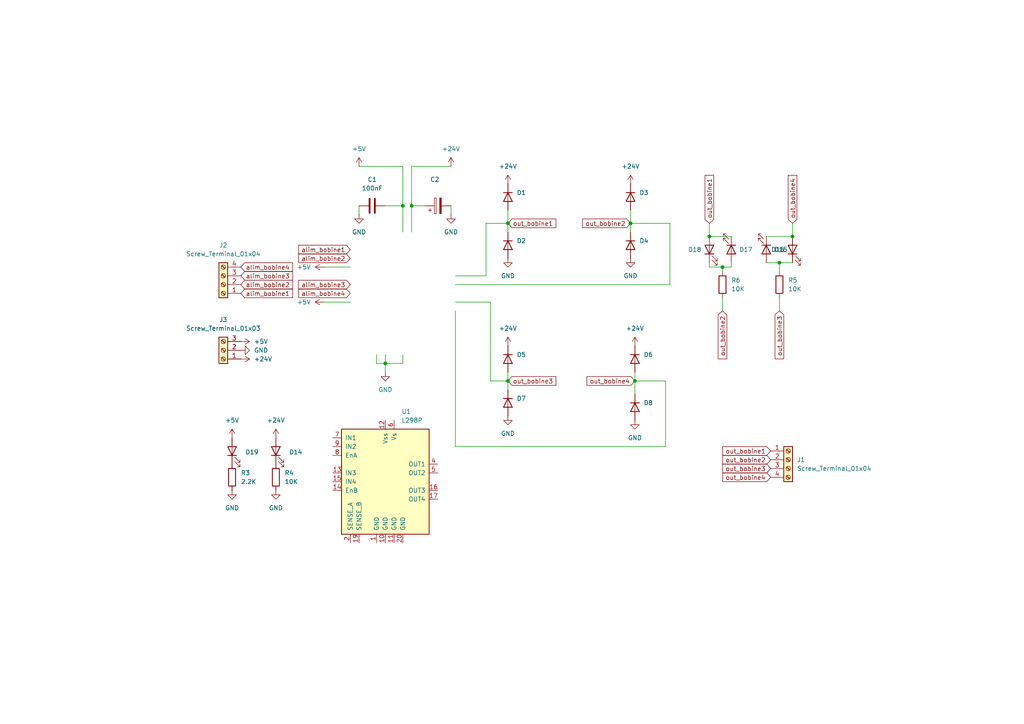
<source format=kicad_sch>
(kicad_sch (version 20250114) (generator "eeschema") (generator_version "9.0")
  (paper "A4")
  (lib_symbols
    (symbol "Connector:Screw_Terminal_01x03" (pin_names (offset 1.016) (hide yes))
      (property "Reference" "J" (at 0 5.08 0))
      (property "Value" "Screw_Terminal_01x03" (at 0 -5.08 0))
      (symbol "Screw_Terminal_01x03_1_1"
        (rectangle (start -1.27 3.81) (end 1.27 -3.81) (stroke (width 0.254)) (fill (type background)))
        (polyline (pts (xy -0.5334 2.8702) (xy 0.3302 2.032)) (stroke (width 0.1524)))
        (polyline (pts (xy -0.5334 0.3302) (xy 0.3302 -0.508)) (stroke (width 0.1524)))
        (polyline (pts (xy -0.5334 -2.2098) (xy 0.3302 -3.048)) (stroke (width 0.1524)))
        (polyline (pts (xy -0.3556 3.048) (xy 0.508 2.2098)) (stroke (width 0.1524)))
        (polyline (pts (xy -0.3556 0.508) (xy 0.508 -0.3302)) (stroke (width 0.1524)))
        (polyline (pts (xy -0.3556 -2.032) (xy 0.508 -2.8702)) (stroke (width 0.1524)))
        (circle (center 0 2.54) (radius 0.635) (stroke (width 0.1524)))
        (circle (center 0 0) (radius 0.635) (stroke (width 0.1524)))
        (circle (center 0 -2.54) (radius 0.635) (stroke (width 0.1524)))
        (pin passive line (at -5.08 2.54 0) (length 3.81) (name "Pin_1") (number "1"))
        (pin passive line (at -5.08 0 0) (length 3.81) (name "Pin_2") (number "2"))
        (pin passive line (at -5.08 -2.54 0) (length 3.81) (name "Pin_3") (number "3"))
      )
    )
    (symbol "Connector:Screw_Terminal_01x04" (pin_names (offset 1.016) (hide yes))
      (property "Reference" "J" (at 0 5.08 0))
      (property "Value" "Screw_Terminal_01x04" (at 0 -7.62 0))
      (symbol "Screw_Terminal_01x04_1_1"
        (rectangle (start -1.27 3.81) (end 1.27 -6.35) (stroke (width 0.254)) (fill (type background)))
        (polyline (pts (xy -0.5334 2.8702) (xy 0.3302 2.032)) (stroke (width 0.1524)))
        (polyline (pts (xy -0.5334 0.3302) (xy 0.3302 -0.508)) (stroke (width 0.1524)))
        (polyline (pts (xy -0.5334 -2.2098) (xy 0.3302 -3.048)) (stroke (width 0.1524)))
        (polyline (pts (xy -0.5334 -4.7498) (xy 0.3302 -5.588)) (stroke (width 0.1524)))
        (polyline (pts (xy -0.3556 3.048) (xy 0.508 2.2098)) (stroke (width 0.1524)))
        (polyline (pts (xy -0.3556 0.508) (xy 0.508 -0.3302)) (stroke (width 0.1524)))
        (polyline (pts (xy -0.3556 -2.032) (xy 0.508 -2.8702)) (stroke (width 0.1524)))
        (polyline (pts (xy -0.3556 -4.572) (xy 0.508 -5.4102)) (stroke (width 0.1524)))
        (circle (center 0 2.54) (radius 0.635) (stroke (width 0.1524)))
        (circle (center 0 0) (radius 0.635) (stroke (width 0.1524)))
        (circle (center 0 -2.54) (radius 0.635) (stroke (width 0.1524)))
        (circle (center 0 -5.08) (radius 0.635) (stroke (width 0.1524)))
        (pin passive line (at -5.08 2.54 0) (length 3.81) (name "Pin_1") (number "1"))
        (pin passive line (at -5.08 0 0) (length 3.81) (name "Pin_2") (number "2"))
        (pin passive line (at -5.08 -2.54 0) (length 3.81) (name "Pin_3") (number "3"))
        (pin passive line (at -5.08 -5.08 0) (length 3.81) (name "Pin_4") (number "4"))
      )
    )
    (symbol "Device:C" (pin_numbers (hide yes)) (pin_names (offset 0.254))
      (property "Reference" "C" (at 0.635 2.54 0))
      (property "Value" "C" (at 0.635 -2.54 0))
      (symbol "C_0_1"
        (polyline (pts (xy -2.032 0.762) (xy 2.032 0.762)) (stroke (width 0.508)))
        (polyline (pts (xy -2.032 -0.762) (xy 2.032 -0.762)) (stroke (width 0.508)))
      )
      (symbol "C_1_1"
        (pin passive line (at 0 3.81 270) (length 2.794) (name "~") (number "1"))
        (pin passive line (at 0 -3.81 90) (length 2.794) (name "~") (number "2"))
      )
    )
    (symbol "Device:C_Polarized" (pin_numbers (hide yes)) (pin_names (offset 0.254))
      (property "Reference" "C" (at 0.635 2.54 0))
      (property "Value" "C_Polarized" (at 0.635 -2.54 0))
      (symbol "C_Polarized_0_1"
        (rectangle (start -2.286 0.508) (end 2.286 1.016))
        (polyline (pts (xy -1.778 2.286) (xy -0.762 2.286)))
        (polyline (pts (xy -1.27 2.794) (xy -1.27 1.778)))
        (rectangle (start 2.286 -0.508) (end -2.286 -1.016) (fill (type outline)))
      )
      (symbol "C_Polarized_1_1"
        (pin passive line (at 0 3.81 270) (length 2.794) (name "~") (number "1"))
        (pin passive line (at 0 -3.81 90) (length 2.794) (name "~") (number "2"))
      )
    )
    (symbol "Device:D" (pin_numbers (hide yes)) (pin_names (offset 1.016) (hide yes))
      (property "Reference" "D" (at 0 2.54 0))
      (property "Value" "D" (at 0 -2.54 0))
      (symbol "D_0_1"
        (polyline (pts (xy -1.27 1.27) (xy -1.27 -1.27)) (stroke (width 0.254)))
        (polyline (pts (xy 1.27 1.27) (xy 1.27 -1.27) (xy -1.27 0) (xy 1.27 1.27)) (stroke (width 0.254)))
        (polyline (pts (xy 1.27 0) (xy -1.27 0)))
      )
      (symbol "D_1_1"
        (pin passive line (at -3.81 0 0) (length 2.54) (name "K") (number "1"))
        (pin passive line (at 3.81 0 180) (length 2.54) (name "A") (number "2"))
      )
    )
    (symbol "Device:LED" (pin_numbers (hide yes)) (pin_names (offset 1.016) (hide yes))
      (property "Reference" "D" (at 0 2.54 0))
      (property "Value" "LED" (at 0 -2.54 0))
      (symbol "LED_0_1"
        (polyline (pts (xy -3.048 -0.762) (xy -4.572 -2.286) (xy -3.81 -2.286) (xy -4.572 -2.286) (xy -4.572 -1.524)))
        (polyline (pts (xy -1.778 -0.762) (xy -3.302 -2.286) (xy -2.54 -2.286) (xy -3.302 -2.286) (xy -3.302 -1.524)))
        (polyline (pts (xy -1.27 0) (xy 1.27 0)))
        (polyline (pts (xy -1.27 -1.27) (xy -1.27 1.27)) (stroke (width 0.254)))
        (polyline (pts (xy 1.27 -1.27) (xy 1.27 1.27) (xy -1.27 0) (xy 1.27 -1.27)) (stroke (width 0.254)))
      )
      (symbol "LED_1_1"
        (pin passive line (at -3.81 0 0) (length 2.54) (name "K") (number "1"))
        (pin passive line (at 3.81 0 180) (length 2.54) (name "A") (number "2"))
      )
    )
    (symbol "Device:R" (pin_numbers (hide yes)) (pin_names (offset 0))
      (property "Reference" "R" (at 2.032 0 90))
      (property "Value" "R" (at 0 0 90))
      (symbol "R_0_1"
        (rectangle (start -1.016 -2.54) (end 1.016 2.54) (stroke (width 0.254)))
      )
      (symbol "R_1_1"
        (pin passive line (at 0 3.81 270) (length 1.27) (name "~") (number "1"))
        (pin passive line (at 0 -3.81 90) (length 1.27) (name "~") (number "2"))
      )
    )
    (symbol "Driver_Motor:L298P" (pin_names (offset 1.016))
      (property "Reference" "U" (at -10.16 16.51 0))
      (property "Value" "L298P" (at 10.16 -16.51 0))
      (symbol "L298P_0_1"
        (rectangle (start -12.7 15.24) (end 12.7 -15.24) (stroke (width 0.254)) (fill (type background)))
      )
      (symbol "L298P_1_1"
        (pin input line (at -15.24 12.7 0) (length 2.54) (name "IN1") (number "7"))
        (pin input line (at -15.24 10.16 0) (length 2.54) (name "IN2") (number "9"))
        (pin input line (at -15.24 7.62 0) (length 2.54) (name "EnA") (number "8"))
        (pin input line (at -15.24 2.54 0) (length 2.54) (name "IN3") (number "13"))
        (pin input line (at -15.24 0 0) (length 2.54) (name "IN4") (number "15"))
        (pin input line (at -15.24 -2.54 0) (length 2.54) (name "EnB") (number "14"))
        (pin power_in line (at -10.16 -17.78 90) (length 2.54) (name "SENSE_A") (number "2"))
        (pin power_in line (at -7.62 -17.78 90) (length 2.54) (name "SENSE_B") (number "19"))
        (pin power_in line (at -2.54 -17.78 90) (length 2.54) (name "GND") (number "1"))
        (pin power_in line (at 0 17.78 270) (length 2.54) (name "Vss") (number "12"))
        (pin power_in line (at 0 -17.78 90) (length 2.54) (name "GND") (number "10"))
        (pin power_in line (at 2.54 17.78 270) (length 2.54) (name "Vs") (number "6"))
        (pin power_in line (at 2.54 -17.78 90) (length 2.54) (name "GND") (number "11"))
        (pin power_in line (at 5.08 -17.78 90) (length 2.54) (name "GND") (number "20"))
        (pin no_connect line (at 12.7 12.7 180) (length 2.54) (hide yes) (name "NC") (number "3"))
        (pin no_connect line (at 12.7 10.16 180) (length 2.54) (hide yes) (name "NC") (number "18"))
        (pin output line (at 15.24 5.08 180) (length 2.54) (name "OUT1") (number "4"))
        (pin output line (at 15.24 2.54 180) (length 2.54) (name "OUT2") (number "5"))
        (pin output line (at 15.24 -2.54 180) (length 2.54) (name "OUT3") (number "16"))
        (pin output line (at 15.24 -5.08 180) (length 2.54) (name "OUT4") (number "17"))
      )
    )
    (symbol "power:+24V" (power) (pin_numbers (hide yes)) (pin_names (offset 0) (hide yes))
      (property "Value" "+24V" (at 0 3.556 0))
      (symbol "+24V_0_1"
        (polyline (pts (xy -0.762 1.27) (xy 0 2.54)))
        (polyline (pts (xy 0 2.54) (xy 0.762 1.27)))
        (polyline (pts (xy 0 0) (xy 0 2.54)))
      )
      (symbol "+24V_1_1"
        (pin power_in line (at 0 0 90) (length 0) (name "~") (number "1"))
      )
    )
    (symbol "power:+5V" (power) (pin_numbers (hide yes)) (pin_names (offset 0) (hide yes))
      (property "Value" "+5V" (at 0 3.556 0))
      (symbol "+5V_0_1"
        (polyline (pts (xy -0.762 1.27) (xy 0 2.54)))
        (polyline (pts (xy 0 2.54) (xy 0.762 1.27)))
        (polyline (pts (xy 0 0) (xy 0 2.54)))
      )
      (symbol "+5V_1_1"
        (pin power_in line (at 0 0 90) (length 0) (name "~") (number "1"))
      )
    )
    (symbol "power:GND" (power) (pin_numbers (hide yes)) (pin_names (offset 0) (hide yes))
      (property "Value" "GND" (at 0 -3.81 0))
      (symbol "GND_0_1"
        (polyline (pts (xy 0 0) (xy 0 -1.27) (xy 1.27 -1.27) (xy 0 -2.54) (xy -1.27 -1.27) (xy 0 -1.27)))
      )
      (symbol "GND_1_1"
        (pin power_in line (at 0 0 270) (length 0) (name "~") (number "1"))
      )
    )
  )
  (junction (at 209.55 77.47))
  (junction (at 205.74 68.58))
  (junction (at 229.87 68.58))
  (junction (at 182.88 64.77))
  (junction (at 184.15 110.49))
  (junction (at 116.84 59.69))
  (junction (at 119.38 59.69))
  (junction (at 147.32 110.49))
  (junction (at 147.32 64.77))
  (junction (at 226.06 76.2))
  (junction (at 111.76 105.41))
  (wire (pts (xy 222.25 68.58) (xy 229.87 68.58)))
  (wire (pts (xy 209.55 77.47) (xy 209.55 78.74)))
  (wire (pts (xy 109.22 105.41) (xy 111.76 105.41)))
  (wire (pts (xy 132.08 82.55) (xy 194.31 82.55)))
  (wire (pts (xy 209.55 77.47) (xy 212.09 77.47)))
  (wire (pts (xy 226.06 76.2) (xy 226.06 78.74)))
  (wire (pts (xy 142.24 110.49) (xy 147.32 110.49)))
  (wire (pts (xy 222.25 76.2) (xy 226.06 76.2)))
  (wire (pts (xy 119.38 48.26) (xy 119.38 59.69)))
  (wire (pts (xy 229.87 64.77) (xy 229.87 68.58)))
  (wire (pts (xy 116.84 102.87) (xy 116.84 105.41)))
  (wire (pts (xy 182.88 60.96) (xy 182.88 64.77)))
  (wire (pts (xy 109.22 102.87) (xy 109.22 105.41)))
  (wire (pts (xy 205.74 77.47) (xy 209.55 77.47)))
  (wire (pts (xy 142.24 87.63) (xy 142.24 110.49)))
  (wire (pts (xy 93.98 77.47) (xy 101.6 77.47)))
  (wire (pts (xy 111.76 59.69) (xy 116.84 59.69)))
  (wire (pts (xy 132.08 87.63) (xy 142.24 87.63)))
  (wire (pts (xy 147.32 64.77) (xy 147.32 67.31)))
  (wire (pts (xy 130.81 59.69) (xy 130.81 62.23)))
  (wire (pts (xy 212.09 76.2) (xy 212.09 77.47)))
  (wire (pts (xy 104.14 48.26) (xy 116.84 48.26)))
  (wire (pts (xy 147.32 60.96) (xy 147.32 64.77)))
  (wire (pts (xy 116.84 105.41) (xy 111.76 105.41)))
  (wire (pts (xy 226.06 76.2) (xy 229.87 76.2)))
  (wire (pts (xy 193.04 110.49) (xy 184.15 110.49)))
  (wire (pts (xy 194.31 82.55) (xy 194.31 64.77)))
  (wire (pts (xy 140.97 80.01) (xy 140.97 64.77)))
  (wire (pts (xy 132.08 80.01) (xy 140.97 80.01)))
  (wire (pts (xy 147.32 110.49) (xy 147.32 113.03)))
  (wire (pts (xy 194.31 64.77) (xy 182.88 64.77)))
  (wire (pts (xy 132.08 129.54) (xy 193.04 129.54)))
  (wire (pts (xy 184.15 110.49) (xy 184.15 114.3)))
  (wire (pts (xy 104.14 59.69) (xy 104.14 62.23)))
  (wire (pts (xy 147.32 107.95) (xy 147.32 110.49)))
  (wire (pts (xy 205.74 68.58) (xy 212.09 68.58)))
  (wire (pts (xy 182.88 64.77) (xy 182.88 67.31)))
  (wire (pts (xy 111.76 107.95) (xy 111.76 105.41)))
  (wire (pts (xy 132.08 90.17) (xy 132.08 129.54)))
  (wire (pts (xy 205.74 64.77) (xy 205.74 68.58)))
  (wire (pts (xy 93.98 87.63) (xy 101.6 87.63)))
  (wire (pts (xy 193.04 129.54) (xy 193.04 110.49)))
  (wire (pts (xy 226.06 86.36) (xy 226.06 90.17)))
  (wire (pts (xy 130.81 48.26) (xy 119.38 48.26)))
  (wire (pts (xy 116.84 48.26) (xy 116.84 59.69)))
  (wire (pts (xy 140.97 64.77) (xy 147.32 64.77)))
  (wire (pts (xy 123.19 59.69) (xy 119.38 59.69)))
  (wire (pts (xy 184.15 107.95) (xy 184.15 110.49)))
  (wire (pts (xy 205.74 76.2) (xy 205.74 77.47)))
  (wire (pts (xy 116.84 59.69) (xy 116.84 67.31)))
  (wire (pts (xy 111.76 105.41) (xy 111.76 102.87)))
  (wire (pts (xy 209.55 86.36) (xy 209.55 90.17)))
  (wire (pts (xy 119.38 59.69) (xy 119.38 67.31)))
  (global_label "out_bobine3" (shape input) (at 223.52 135.89 180) (property "Intersheetrefs" "${INTERSHEET_REFS}" (effects (hide yes))))
  (global_label "alim_bobine3" (shape input) (at 101.6 82.55 180) (property "Intersheetrefs" "${INTERSHEET_REFS}" (effects (hide yes))))
  (global_label "out_bobine1" (shape input) (at 223.52 130.81 180) (property "Intersheetrefs" "${INTERSHEET_REFS}" (effects (hide yes))))
  (global_label "alim_bobine1" (shape input) (at 101.6 72.39 180) (property "Intersheetrefs" "${INTERSHEET_REFS}" (effects (hide yes))))
  (global_label "out_bobine2" (shape input) (at 182.88 64.77 180) (property "Intersheetrefs" "${INTERSHEET_REFS}" (effects (hide yes))))
  (global_label "out_bobine4" (shape input) (at 223.52 138.43 180) (property "Intersheetrefs" "${INTERSHEET_REFS}" (effects (hide yes))))
  (global_label "alim_bobine3" (shape input) (at 69.85 80.01 0) (property "Intersheetrefs" "${INTERSHEET_REFS}" (effects (hide yes))))
  (global_label "out_bobine4" (shape input) (at 229.87 64.77 90) (property "Intersheetrefs" "${INTERSHEET_REFS}" (effects (hide yes))))
  (global_label "out_bobine2" (shape input) (at 223.52 133.35 180) (property "Intersheetrefs" "${INTERSHEET_REFS}" (effects (hide yes))))
  (global_label "alim_bobine4" (shape input) (at 101.6 85.09 180) (property "Intersheetrefs" "${INTERSHEET_REFS}" (effects (hide yes))))
  (global_label "alim_bobine2" (shape input) (at 101.6 74.93 180) (property "Intersheetrefs" "${INTERSHEET_REFS}" (effects (hide yes))))
  (global_label "out_bobine1" (shape input) (at 147.32 64.77 0) (property "Intersheetrefs" "${INTERSHEET_REFS}" (effects (hide yes))))
  (global_label "out_bobine2" (shape input) (at 209.55 90.17 270) (property "Intersheetrefs" "${INTERSHEET_REFS}" (effects (hide yes))))
  (global_label "out_bobine1" (shape input) (at 205.74 64.77 90) (property "Intersheetrefs" "${INTERSHEET_REFS}" (effects (hide yes))))
  (global_label "alim_bobine4" (shape input) (at 69.85 77.47 0) (property "Intersheetrefs" "${INTERSHEET_REFS}" (effects (hide yes))))
  (global_label "alim_bobine1" (shape input) (at 69.85 85.09 0) (property "Intersheetrefs" "${INTERSHEET_REFS}" (effects (hide yes))))
  (global_label "alim_bobine2" (shape input) (at 69.85 82.55 0) (property "Intersheetrefs" "${INTERSHEET_REFS}" (effects (hide yes))))
  (global_label "out_bobine3" (shape input) (at 226.06 90.17 270) (property "Intersheetrefs" "${INTERSHEET_REFS}" (effects (hide yes))))
  (global_label "out_bobine3" (shape input) (at 147.32 110.49 0) (property "Intersheetrefs" "${INTERSHEET_REFS}" (effects (hide yes))))
  (global_label "out_bobine4" (shape input) (at 184.15 110.49 180) (property "Intersheetrefs" "${INTERSHEET_REFS}" (effects (hide yes))))
  (symbol (lib_id "power:+24V") (at 130.81 48.26 0) (unit 1)
    (property "Reference" "#PWR04" (effects (hide yes)))
    (property "Value" "+24V" (at 130.81 43.18 0))
    (property "Description" "Power symbol creates a global label with name \"+24V\"" (effects (hide yes)))
  )
  (symbol (lib_id "Device:LED") (at 212.09 72.39 270) (unit 1)
    (property "Reference" "D17" (at 214.376 72.39 90) (effects (justify left)))
    (property "Value" "LED_Blue" (effects (hide yes)))
    (property "Footprint" "LED_SMD:LED_0603_1608Metric" (effects (hide yes)))
    (property "Description" "Light emitting diode" (effects (hide yes)))
    (property "Sim.Pins" "1=K 2=A" (effects (hide yes)))
    (property "LCSC" "C965807" (effects (hide yes)))
  )
  (symbol (lib_id "power:+5V") (at 69.85 99.06 270) (unit 1)
    (property "Reference" "#PWR016" (effects (hide yes)))
    (property "Value" "+5V" (at 73.66 99.0599 90) (effects (justify left)))
    (property "Description" "Power symbol creates a global label with name \"+5V\"" (effects (hide yes)))
  )
  (symbol (lib_id "power:GND") (at 184.15 121.92 0) (unit 1)
    (property "Reference" "#PWR013" (effects (hide yes)))
    (property "Value" "GND" (at 184.15 127 0))
    (property "Description" "Power symbol creates a global label with name \"GND\" , ground" (effects (hide yes)))
  )
  (symbol (lib_id "Connector:Screw_Terminal_01x03") (at 64.77 101.6 180) (unit 1)
    (property "Reference" "J3" (at 64.77 92.71 0))
    (property "Value" "Screw_Terminal_01x03" (at 64.77 95.25 0))
    (property "Footprint" "Connector_PinSocket_2.54mm:PinSocket_1x03_P2.54mm_Vertical" (effects (hide yes)))
    (property "Description" "Generic screw terminal, single row, 01x03, script generated (kicad-library-utils/schlib/autogen/connector/)" (effects (hide yes)))
  )
  (symbol (lib_id "Device:LED") (at 229.87 72.39 90) (unit 1)
    (property "Reference" "D16" (at 227.584 72.39 90) (effects (justify left)))
    (property "Value" "LED_Blue" (effects (hide yes)))
    (property "Footprint" "LED_SMD:LED_0603_1608Metric" (effects (hide yes)))
    (property "Description" "Light emitting diode" (effects (hide yes)))
    (property "Sim.Pins" "1=K 2=A" (effects (hide yes)))
    (property "LCSC" "C965807" (effects (hide yes)))
  )
  (symbol (lib_id "Device:D") (at 182.88 57.15 270) (unit 1)
    (property "Reference" "D3" (at 185.42 55.8799 90) (effects (justify left)))
    (property "Value" "D" (effects (hide yes)))
    (property "Footprint" "Diode_SMD:D_SOD-323" (effects (hide yes)))
    (property "Description" "Diode" (effects (hide yes)))
    (property "Sim.Device" "D" (effects (hide yes)))
    (property "Sim.Pins" "1=K 2=A" (effects (hide yes)))
    (property "LCSC" "C191023" (effects (hide yes)))
  )
  (symbol (lib_id "Device:LED") (at 205.74 72.39 90) (unit 1)
    (property "Reference" "D18" (at 203.454 72.39 90) (effects (justify left)))
    (property "Value" "LED_Blue" (effects (hide yes)))
    (property "Footprint" "LED_SMD:LED_0603_1608Metric" (effects (hide yes)))
    (property "Description" "Light emitting diode" (effects (hide yes)))
    (property "Sim.Pins" "1=K 2=A" (effects (hide yes)))
    (property "LCSC" "C965807" (effects (hide yes)))
  )
  (symbol (lib_id "power:+24V") (at 182.88 53.34 0) (unit 1)
    (property "Reference" "#PWR09" (effects (hide yes)))
    (property "Value" "+24V" (at 182.88 48.26 0))
    (property "Description" "Power symbol creates a global label with name \"+24V\"" (effects (hide yes)))
  )
  (symbol (lib_id "Device:LED") (at 80.01 130.81 90) (unit 1)
    (property "Reference" "D14" (at 83.82 131.1274 90) (effects (justify right)))
    (property "Value" "LED_Yellow" (effects (hide yes)))
    (property "Footprint" "LED_SMD:LED_0603_1608Metric" (effects (hide yes)))
    (property "Description" "Light emitting diode" (effects (hide yes)))
    (property "Sim.Pins" "1=K 2=A" (effects (hide yes)))
    (property "LCSC" "C965802" (effects (hide yes)))
  )
  (symbol (lib_id "power:+24V") (at 80.01 127 0) (unit 1)
    (property "Reference" "#PWR022" (effects (hide yes)))
    (property "Value" "+24V" (at 80.01 121.92 0))
    (property "Description" "Power symbol creates a global label with name \"+24V\"" (effects (hide yes)))
  )
  (symbol (lib_id "Device:D") (at 184.15 118.11 270) (unit 1)
    (property "Reference" "D8" (at 186.69 116.8399 90) (effects (justify left)))
    (property "Value" "D" (effects (hide yes)))
    (property "Footprint" "Diode_SMD:D_SOD-323" (effects (hide yes)))
    (property "Description" "Diode" (effects (hide yes)))
    (property "Sim.Device" "D" (effects (hide yes)))
    (property "Sim.Pins" "1=K 2=A" (effects (hide yes)))
    (property "LCSC" "C191023" (effects (hide yes)))
  )
  (symbol (lib_id "Driver_Motor:L298P") (at 111.76 139.7 0) (unit 1)
    (property "Reference" "U1" (at 116.4433 119.38 0) (effects (justify left)))
    (property "Value" "L298P" (at 116.4433 121.92 0) (effects (justify left)))
    (property "Datasheet" "http://www.st.com/st-web-ui/static/active/en/resource/technical/document/datasheet/CD00000240.pdf" (effects (hide yes)))
    (property "Description" "Dual full bridge motor driver, up to 46V, 4A" (effects (hide yes)))
  )
  (symbol (lib_id "Device:D") (at 147.32 104.14 270) (unit 1)
    (property "Reference" "D5" (at 149.86 102.8699 90) (effects (justify left)))
    (property "Value" "D" (effects (hide yes)))
    (property "Footprint" "Diode_SMD:D_SOD-323" (effects (hide yes)))
    (property "Description" "Diode" (effects (hide yes)))
    (property "Sim.Device" "D" (effects (hide yes)))
    (property "Sim.Pins" "1=K 2=A" (effects (hide yes)))
    (property "LCSC" "C191023" (effects (hide yes)))
  )
  (symbol (lib_id "Device:D") (at 147.32 57.15 270) (unit 1)
    (property "Reference" "D1" (at 149.86 55.8799 90) (effects (justify left)))
    (property "Value" "D" (effects (hide yes)))
    (property "Footprint" "Diode_SMD:D_SOD-323" (effects (hide yes)))
    (property "Description" "Diode" (effects (hide yes)))
    (property "Sim.Device" "D" (effects (hide yes)))
    (property "Sim.Pins" "1=K 2=A" (effects (hide yes)))
    (property "LCSC" "C191023" (effects (hide yes)))
  )
  (symbol (lib_id "Device:C_Polarized") (at 127 59.69 90) (unit 1)
    (property "Reference" "C2" (at 126.111 52.07 90))
    (property "Footprint" "Capacitor_SMD:C_Elec_6.3x7.7" (effects (hide yes)))
    (property "Description" "Polarized capacitor" (effects (hide yes)))
    (property "LCSC" "C72523" (effects (hide yes)))
  )
  (symbol (lib_id "power:+24V") (at 184.15 100.33 0) (unit 1)
    (property "Reference" "#PWR011" (effects (hide yes)))
    (property "Value" "+24V" (at 184.15 95.25 0))
    (property "Description" "Power symbol creates a global label with name \"+24V\"" (effects (hide yes)))
  )
  (symbol (lib_id "power:+24V") (at 147.32 53.34 0) (unit 1)
    (property "Reference" "#PWR08" (effects (hide yes)))
    (property "Value" "+24V" (at 147.32 48.26 0))
    (property "Description" "Power symbol creates a global label with name \"+24V\"" (effects (hide yes)))
  )
  (symbol (lib_id "power:GND") (at 147.32 120.65 0) (unit 1)
    (property "Reference" "#PWR012" (effects (hide yes)))
    (property "Value" "GND" (at 147.32 125.73 0))
    (property "Description" "Power symbol creates a global label with name \"GND\" , ground" (effects (hide yes)))
  )
  (symbol (lib_id "Device:R") (at 226.06 82.55 0) (unit 1)
    (property "Reference" "R5" (at 228.6 81.2799 0) (effects (justify left)))
    (property "Value" "10K" (at 228.6 83.8199 0) (effects (justify left)))
    (property "Footprint" "Resistor_SMD:R_0603_1608Metric" (effects (hide yes)))
    (property "Description" "Resistor" (effects (hide yes)))
    (property "LCSC" "C98220" (effects (hide yes)))
  )
  (symbol (lib_id "Device:D") (at 147.32 71.12 270) (unit 1)
    (property "Reference" "D2" (at 149.86 69.8499 90) (effects (justify left)))
    (property "Value" "D" (effects (hide yes)))
    (property "Footprint" "Diode_SMD:D_SOD-323" (effects (hide yes)))
    (property "Description" "Diode" (effects (hide yes)))
    (property "Sim.Device" "D" (effects (hide yes)))
    (property "Sim.Pins" "1=K 2=A" (effects (hide yes)))
    (property "LCSC" "C191023" (effects (hide yes)))
  )
  (symbol (lib_id "Device:LED") (at 222.25 72.39 270) (unit 1)
    (property "Reference" "D15" (at 224.536 72.39 90) (effects (justify left)))
    (property "Value" "LED_Blue" (effects (hide yes)))
    (property "Footprint" "LED_SMD:LED_0603_1608Metric" (effects (hide yes)))
    (property "Description" "Light emitting diode" (effects (hide yes)))
    (property "Sim.Pins" "1=K 2=A" (effects (hide yes)))
    (property "LCSC" "C965807" (effects (hide yes)))
  )
  (symbol (lib_id "power:+24V") (at 147.32 100.33 0) (unit 1)
    (property "Reference" "#PWR010" (effects (hide yes)))
    (property "Value" "+24V" (at 147.32 95.25 0))
    (property "Description" "Power symbol creates a global label with name \"+24V\"" (effects (hide yes)))
  )
  (symbol (lib_id "Device:R") (at 67.31 138.43 0) (unit 1)
    (property "Reference" "R3" (at 69.85 137.1599 0) (effects (justify left)))
    (property "Value" "2.2K" (at 69.85 139.6999 0) (effects (justify left)))
    (property "Footprint" "Resistor_SMD:R_0603_1608Metric" (effects (hide yes)))
    (property "Description" "Resistor" (effects (hide yes)))
    (property "LCSC" "C114662" (effects (hide yes)))
  )
  (symbol (lib_id "power:+5V") (at 67.31 127 0) (unit 1)
    (property "Reference" "#PWR021" (effects (hide yes)))
    (property "Value" "+5V" (at 67.31 121.92 0))
    (property "Description" "Power symbol creates a global label with name \"+5V\"" (effects (hide yes)))
  )
  (symbol (lib_id "Device:D") (at 184.15 104.14 270) (unit 1)
    (property "Reference" "D6" (at 186.69 102.8699 90) (effects (justify left)))
    (property "Value" "D" (effects (hide yes)))
    (property "Footprint" "Diode_SMD:D_SOD-323" (effects (hide yes)))
    (property "Description" "Diode" (effects (hide yes)))
    (property "Sim.Device" "D" (effects (hide yes)))
    (property "Sim.Pins" "1=K 2=A" (effects (hide yes)))
    (property "LCSC" "C191023" (effects (hide yes)))
  )
  (symbol (lib_id "power:+5V") (at 93.98 87.63 90) (unit 1)
    (property "Reference" "#PWR07" (effects (hide yes)))
    (property "Value" "+5V" (at 90.17 87.6299 90) (effects (justify left)))
    (property "Description" "Power symbol creates a global label with name \"+5V\"" (effects (hide yes)))
  )
  (symbol (lib_id "Device:R") (at 80.01 138.43 0) (unit 1)
    (property "Reference" "R4" (at 82.55 137.1599 0) (effects (justify left)))
    (property "Value" "10K" (at 82.55 139.6999 0) (effects (justify left)))
    (property "Footprint" "Resistor_SMD:R_0603_1608Metric" (effects (hide yes)))
    (property "Description" "Resistor" (effects (hide yes)))
    (property "LCSC" "C98220" (effects (hide yes)))
  )
  (symbol (lib_id "power:+5V") (at 93.98 77.47 90) (unit 1)
    (property "Reference" "#PWR06" (effects (hide yes)))
    (property "Value" "+5V" (at 90.17 77.4699 90) (effects (justify left)))
    (property "Description" "Power symbol creates a global label with name \"+5V\"" (effects (hide yes)))
  )
  (symbol (lib_id "power:GND") (at 182.88 74.93 0) (unit 1)
    (property "Reference" "#PWR015" (effects (hide yes)))
    (property "Value" "GND" (at 182.88 80.01 0))
    (property "Description" "Power symbol creates a global label with name \"GND\" , ground" (effects (hide yes)))
  )
  (symbol (lib_id "Connector:Screw_Terminal_01x04") (at 64.77 82.55 180) (unit 1)
    (property "Reference" "J2" (at 64.77 71.12 0))
    (property "Value" "Screw_Terminal_01x04" (at 64.77 73.66 0))
    (property "Footprint" "Connector_PinHeader_2.54mm:PinHeader_1x04_P2.54mm_Vertical" (effects (hide yes)))
    (property "Description" "Generic screw terminal, single row, 01x04, script generated (kicad-library-utils/schlib/autogen/connector/)" (effects (hide yes)))
  )
  (symbol (lib_id "Device:D") (at 147.32 116.84 270) (unit 1)
    (property "Reference" "D7" (at 149.86 115.5699 90) (effects (justify left)))
    (property "Value" "D" (effects (hide yes)))
    (property "Footprint" "Diode_SMD:D_SOD-323" (effects (hide yes)))
    (property "Description" "Diode" (effects (hide yes)))
    (property "Sim.Device" "D" (effects (hide yes)))
    (property "Sim.Pins" "1=K 2=A" (effects (hide yes)))
    (property "LCSC" "C191023" (effects (hide yes)))
  )
  (symbol (lib_id "Device:D") (at 182.88 71.12 270) (unit 1)
    (property "Reference" "D4" (at 185.42 69.8499 90) (effects (justify left)))
    (property "Value" "D" (effects (hide yes)))
    (property "Footprint" "Diode_SMD:D_SOD-323" (effects (hide yes)))
    (property "Description" "Diode" (effects (hide yes)))
    (property "Sim.Device" "D" (effects (hide yes)))
    (property "Sim.Pins" "1=K 2=A" (effects (hide yes)))
    (property "LCSC" "C191023" (effects (hide yes)))
  )
  (symbol (lib_id "power:GND") (at 111.76 107.95 0) (unit 1)
    (property "Reference" "#PWR05" (effects (hide yes)))
    (property "Value" "GND" (at 111.76 113.03 0))
    (property "Description" "Power symbol creates a global label with name \"GND\" , ground" (effects (hide yes)))
  )
  (symbol (lib_id "power:GND") (at 67.31 142.24 0) (unit 1)
    (property "Reference" "#PWR019" (effects (hide yes)))
    (property "Value" "GND" (at 67.31 147.32 0))
    (property "Description" "Power symbol creates a global label with name \"GND\" , ground" (effects (hide yes)))
  )
  (symbol (lib_id "power:GND") (at 147.32 74.93 0) (unit 1)
    (property "Reference" "#PWR014" (effects (hide yes)))
    (property "Value" "GND" (at 147.32 80.01 0))
    (property "Description" "Power symbol creates a global label with name \"GND\" , ground" (effects (hide yes)))
  )
  (symbol (lib_id "power:+24V") (at 69.85 104.14 270) (unit 1)
    (property "Reference" "#PWR017" (effects (hide yes)))
    (property "Value" "+24V" (at 73.66 104.1399 90) (effects (justify left)))
    (property "Description" "Power symbol creates a global label with name \"+24V\"" (effects (hide yes)))
  )
  (symbol (lib_id "Connector:Screw_Terminal_01x04") (at 228.6 133.35 0) (unit 1)
    (property "Reference" "J1" (at 231.14 133.3499 0) (effects (justify left)))
    (property "Value" "Screw_Terminal_01x04" (at 231.14 135.8899 0) (effects (justify left)))
    (property "Footprint" "Connector_PinHeader_2.54mm:PinHeader_1x04_P2.54mm_Vertical" (effects (hide yes)))
    (property "Description" "Generic screw terminal, single row, 01x04, script generated (kicad-library-utils/schlib/autogen/connector/)" (effects (hide yes)))
  )
  (symbol (lib_id "Device:C") (at 107.95 59.69 90) (unit 1)
    (property "Reference" "C1" (at 107.95 52.07 90))
    (property "Value" "100nF" (at 107.95 54.61 90))
    (property "Footprint" "Capacitor_SMD:C_0603_1608Metric" (effects (hide yes)))
    (property "Description" "Unpolarized capacitor" (effects (hide yes)))
    (property "LCSC" "C14663" (effects (hide yes)))
  )
  (symbol (lib_id "power:GND") (at 130.81 62.23 0) (unit 1)
    (property "Reference" "#PWR02" (effects (hide yes)))
    (property "Value" "GND" (at 130.81 67.31 0))
    (property "Description" "Power symbol creates a global label with name \"GND\" , ground" (effects (hide yes)))
  )
  (symbol (lib_id "power:GND") (at 80.01 142.24 0) (unit 1)
    (property "Reference" "#PWR020" (effects (hide yes)))
    (property "Value" "GND" (at 80.01 147.32 0))
    (property "Description" "Power symbol creates a global label with name \"GND\" , ground" (effects (hide yes)))
  )
  (symbol (lib_id "Device:LED") (at 67.31 130.81 90) (unit 1)
    (property "Reference" "D19" (at 71.12 131.1274 90) (effects (justify right)))
    (property "Value" "LED_Yellow" (effects (hide yes)))
    (property "Footprint" "LED_SMD:LED_0603_1608Metric" (effects (hide yes)))
    (property "Description" "Light emitting diode" (effects (hide yes)))
    (property "Sim.Pins" "1=K 2=A" (effects (hide yes)))
    (property "LCSC" "C965802" (effects (hide yes)))
  )
  (symbol (lib_id "power:GND") (at 104.14 62.23 0) (unit 1)
    (property "Reference" "#PWR01" (effects (hide yes)))
    (property "Value" "GND" (at 104.14 67.31 0))
    (property "Description" "Power symbol creates a global label with name \"GND\" , ground" (effects (hide yes)))
  )
  (symbol (lib_id "power:GND") (at 69.85 101.6 90) (unit 1)
    (property "Reference" "#PWR018" (effects (hide yes)))
    (property "Value" "GND" (at 73.66 101.5999 90) (effects (justify right)))
    (property "Description" "Power symbol creates a global label with name \"GND\" , ground" (effects (hide yes)))
  )
  (symbol (lib_id "Device:R") (at 209.55 82.55 0) (unit 1)
    (property "Reference" "R6" (at 212.09 81.2799 0) (effects (justify left)))
    (property "Value" "10K" (at 212.09 83.8199 0) (effects (justify left)))
    (property "Footprint" "Resistor_SMD:R_0603_1608Metric" (effects (hide yes)))
    (property "Description" "Resistor" (effects (hide yes)))
    (property "LCSC" "C98220" (effects (hide yes)))
  )
  (symbol (lib_id "power:+5V") (at 104.14 48.26 0) (unit 1)
    (property "Reference" "#PWR03" (effects (hide yes)))
    (property "Value" "+5V" (at 104.14 43.18 0))
    (property "Description" "Power symbol creates a global label with name \"+5V\"" (effects (hide yes)))
  )
)
</source>
